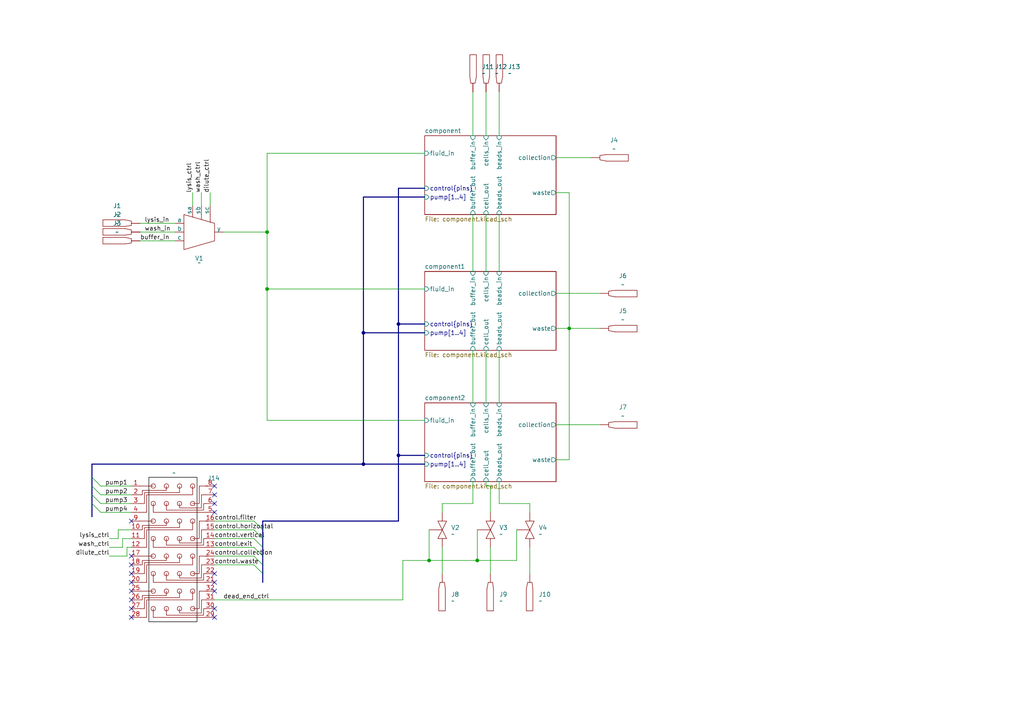
<source format=kicad_sch>
(kicad_sch (version 20231120) (generator "eeschema") (generator_version "8.0")
  (paper "A4")
  (lib_symbols
    (symbol "mfda:flushing_interface_04x08"
      (property "Reference" "J" (at 13.716 26.416 0))
      (symbol "flushing_interface_04x08_1_1"
        (rectangle (start -5.08 26.67) (end 8.89 -15.24) (stroke (width 0) (color 0 0 0 0.34)))
        (circle (center -3.81 -11.43) (radius 0.635))
        (circle (center -3.81 -6.35) (radius 0.635))
        (circle (center -3.81 -1.27) (radius 0.635))
        (circle (center -3.81 3.81) (radius 0.635))
        (circle (center -3.81 8.89) (radius 0.635))
        (circle (center -3.81 13.97) (radius 0.635))
        (circle (center -3.81 19.05) (radius 0.635))
        (circle (center -3.81 24.13) (radius 0.635))
        (circle (center 0 -11.43) (radius 0.635))
        (circle (center 0 -6.35) (radius 0.635))
        (circle (center 0 -1.27) (radius 0.635))
        (polyline (pts (xy -7.62 -6.35) (xy -3.81 -6.35)))
        (polyline (pts (xy -7.62 3.81) (xy -3.81 3.81)))
        (polyline (pts (xy -7.62 13.97) (xy -3.81 13.97)))
        (polyline (pts (xy -7.62 24.13) (xy -3.81 24.13)))
        (polyline (pts (xy -3.81 -11.43) (xy -3.81 -13.97) (xy 9.525 -13.97) (xy 11.43 -13.97)))
        (polyline (pts (xy -3.81 -1.27) (xy -3.81 -3.81) (xy 9.525 -3.81) (xy 11.43 -3.81)))
        (polyline (pts (xy -3.81 8.89) (xy -3.81 6.35) (xy 9.525 6.35) (xy 11.43 6.35)))
        (polyline (pts (xy -3.81 19.05) (xy -3.81 16.51) (xy 9.525 16.51) (xy 11.43 16.51)))
        (polyline (pts (xy -7.62 -11.43) (xy -6.35 -11.43) (xy -6.35 -8.255) (xy 3.81 -8.255) (xy 3.81 -6.35)))
        (polyline (pts (xy -7.62 -8.89) (xy -6.985 -8.89) (xy -6.985 -7.62) (xy 0 -7.62) (xy 0 -6.35)))
        (polyline (pts (xy -7.62 -1.27) (xy -6.35 -1.27) (xy -6.35 1.905) (xy 3.81 1.905) (xy 3.81 3.81)))
        (polyline (pts (xy -7.62 1.27) (xy -6.985 1.27) (xy -6.985 2.54) (xy 0 2.54) (xy 0 3.81)))
        (polyline (pts (xy -7.62 8.89) (xy -6.35 8.89) (xy -6.35 12.065) (xy 3.81 12.065) (xy 3.81 13.97)))
        (polyline (pts (xy -7.62 11.43) (xy -6.985 11.43) (xy -6.985 12.7) (xy 0 12.7) (xy 0 13.97)))
        (polyline (pts (xy -7.62 19.05) (xy -6.35 19.05) (xy -6.35 22.225) (xy 3.81 22.225) (xy 3.81 24.13)))
        (polyline (pts (xy -7.62 21.59) (xy -6.985 21.59) (xy -6.985 22.86) (xy 0 22.86) (xy 0 24.13)))
        (polyline (pts (xy 7.62 -6.35) (xy 7.62 -8.89) (xy -5.715 -8.89) (xy -5.715 -13.97) (xy -7.62 -13.97)))
        (polyline (pts (xy 7.62 3.81) (xy 7.62 1.27) (xy -5.715 1.27) (xy -5.715 -3.81) (xy -7.62 -3.81)))
        (polyline (pts (xy 7.62 13.97) (xy 7.62 11.43) (xy -5.715 11.43) (xy -5.715 6.35) (xy -7.62 6.35)))
        (polyline (pts (xy 7.62 24.13) (xy 7.62 21.59) (xy -5.715 21.59) (xy -5.715 16.51) (xy -7.62 16.51)))
        (polyline (pts (xy 11.43 -11.43) (xy 10.795 -11.43) (xy 10.795 -13.335) (xy 0 -13.335) (xy 0 -11.43)))
        (polyline (pts (xy 11.43 -8.89) (xy 10.16 -8.89) (xy 10.16 -12.7) (xy 3.81 -12.7) (xy 3.81 -11.43)))
        (polyline (pts (xy 11.43 -1.27) (xy 10.795 -1.27) (xy 10.795 -3.175) (xy 0 -3.175) (xy 0 -1.27)))
        (polyline (pts (xy 11.43 1.27) (xy 10.16 1.27) (xy 10.16 -2.54) (xy 3.81 -2.54) (xy 3.81 -1.27)))
        (polyline (pts (xy 11.43 8.89) (xy 10.795 8.89) (xy 10.795 6.985) (xy 0 6.985) (xy 0 8.89)))
        (polyline (pts (xy 11.43 11.43) (xy 10.16 11.43) (xy 10.16 7.62) (xy 3.81 7.62) (xy 3.81 8.89)))
        (polyline (pts (xy 11.43 19.05) (xy 10.795 19.05) (xy 10.795 17.145) (xy 0 17.145) (xy 0 19.05)))
        (polyline (pts (xy 11.43 21.59) (xy 10.16 21.59) (xy 10.16 17.78) (xy 3.81 17.78) (xy 3.81 19.05)))
        (polyline (pts (xy 12.065 -6.35) (xy 9.525 -6.35) (xy 9.525 -11.43) (xy 7.62 -11.43) (xy 8.255 -11.43)))
        (polyline (pts (xy 12.065 3.81) (xy 9.525 3.81) (xy 9.525 -1.27) (xy 7.62 -1.27) (xy 8.255 -1.27)))
        (polyline (pts (xy 12.065 13.97) (xy 9.525 13.97) (xy 9.525 8.89) (xy 7.62 8.89) (xy 8.255 8.89)))
        (polyline (pts (xy 12.065 24.13) (xy 9.525 24.13) (xy 9.525 19.05) (xy 7.62 19.05) (xy 8.255 19.05)))
        (circle (center 0 3.81) (radius 0.635))
        (circle (center 0 8.89) (radius 0.635))
        (circle (center 0 13.97) (radius 0.635))
        (circle (center 0 19.05) (radius 0.635))
        (circle (center 0 24.13) (radius 0.635))
        (circle (center 3.81 -11.43) (radius 0.635))
        (circle (center 3.81 -6.35) (radius 0.635))
        (circle (center 3.81 -1.27) (radius 0.635))
        (circle (center 3.81 3.81) (radius 0.635))
        (circle (center 3.81 8.89) (radius 0.635))
        (circle (center 3.81 13.97) (radius 0.635))
        (circle (center 3.81 19.05) (radius 0.635))
        (circle (center 3.81 24.13) (radius 0.635))
        (circle (center 7.62 -11.43) (radius 0.635))
        (circle (center 7.62 -6.35) (radius 0.635))
        (circle (center 7.62 -1.27) (radius 0.635))
        (circle (center 7.62 3.81) (radius 0.635))
        (circle (center 7.62 8.89) (radius 0.635))
        (circle (center 7.62 13.97) (radius 0.635))
        (circle (center 7.62 19.05) (radius 0.635))
        (circle (center 7.62 24.13) (radius 0.635))
        (pin passive line (at -10.16 24.13 0) (length 2.54) (name "") (number "1"))
        (pin passive line (at -10.16 11.43 0) (length 2.54) (name "") (number "10"))
        (pin passive line (at -10.16 8.89 0) (length 2.54) (name "") (number "11"))
        (pin passive line (at -10.16 6.35 0) (length 2.54) (name "") (number "12"))
        (pin passive line (at 13.97 6.35 180) (length 2.54) (name "") (number "13"))
        (pin passive line (at 13.97 8.89 180) (length 2.54) (name "") (number "14"))
        (pin passive line (at 13.97 11.43 180) (length 2.54) (name "") (number "15"))
        (pin passive line (at 13.97 13.97 180) (length 2.54) (name "") (number "16"))
        (pin passive line (at -10.16 3.81 0) (length 2.54) (name "") (number "17"))
        (pin passive line (at -10.16 1.27 0) (length 2.54) (name "") (number "18"))
        (pin passive line (at -10.16 -1.27 0) (length 2.54) (name "") (number "19"))
        (pin passive line (at -10.16 21.59 0) (length 2.54) (name "") (number "2"))
        (pin passive line (at -10.16 -3.81 0) (length 2.54) (name "") (number "20"))
        (pin passive line (at 13.97 -3.81 180) (length 2.54) (name "") (number "21"))
        (pin passive line (at 13.97 -1.27 180) (length 2.54) (name "") (number "22"))
        (pin passive line (at 13.97 1.27 180) (length 2.54) (name "") (number "23"))
        (pin passive line (at 13.97 3.81 180) (length 2.54) (name "") (number "24"))
        (pin passive line (at -10.16 -6.35 0) (length 2.54) (name "") (number "25"))
        (pin passive line (at -10.16 -8.89 0) (length 2.54) (name "") (number "26"))
        (pin passive line (at -10.16 -11.43 0) (length 2.54) (name "") (number "27"))
        (pin passive line (at -10.16 -13.97 0) (length 2.54) (name "") (number "28"))
        (pin passive line (at 13.97 -13.97 180) (length 2.54) (name "") (number "29"))
        (pin passive line (at -10.16 19.05 0) (length 2.54) (name "") (number "3"))
        (pin passive line (at 13.97 -11.43 180) (length 2.54) (name "") (number "30"))
        (pin passive line (at 13.97 -8.89 180) (length 2.54) (name "") (number "31"))
        (pin passive line (at 13.97 -6.35 180) (length 2.54) (name "") (number "32"))
        (pin passive line (at -10.16 16.51 0) (length 2.54) (name "") (number "4"))
        (pin passive line (at 13.97 16.51 180) (length 2.54) (name "") (number "5"))
        (pin passive line (at 13.97 19.05 180) (length 2.54) (name "") (number "6"))
        (pin passive line (at 13.97 21.59 180) (length 2.54) (name "") (number "7"))
        (pin passive line (at 13.97 24.13 180) (length 2.54) (name "") (number "8"))
        (pin passive line (at -10.16 13.97 0) (length 2.54) (name "") (number "9"))
      )
    )
    (symbol "mfda:mux_3" (pin_numbers hide) (pin_names (offset 0))
      (property "Reference" "V" (at 3.81 5.08 0))
      (symbol "mux_3_0_1"
        (polyline (pts (xy -2.54 5.08) (xy -2.54 4.445)))
        (polyline (pts (xy 0 5.08) (xy 0 3.683)))
        (polyline (pts (xy 2.54 5.08) (xy 2.54 2.794)))
        (polyline (pts (xy -5.08 -5.08) (xy 3.81 -2.54) (xy 3.81 2.54) (xy -5.08 5.08) (xy -5.08 -5.08)))
      )
      (symbol "mux_3_1_1"
        (pin input line (at -7.62 2.54 0) (length 2.54) (name "a") (number "1"))
        (pin input line (at -7.62 0 0) (length 2.54) (name "b") (number "2"))
        (pin input line (at -7.62 -2.54 0) (length 2.54) (name "c") (number "3"))
        (pin input line (at -2.54 7.62 270) (length 2.54) (name "sa") (number "4"))
        (pin input line (at 0 7.62 270) (length 2.54) (name "sb") (number "5"))
        (pin input line (at 2.54 7.62 270) (length 2.54) (name "sc") (number "6"))
        (pin output line (at 6.35 0 180) (length 2.54) (name "y") (number "7"))
      )
    )
    (symbol "mfda:tube_connector" (pin_numbers hide) (pin_names hide)
      (property "Reference" "J" (at -7.366 0 0))
      (symbol "tube_connector_0_1"
        (polyline (pts (xy -1.905 1.016) (xy -8.255 1.016) (xy -8.255 -0.889) (xy -1.905 -0.889)))
        (polyline (pts (xy -1.905 1.016) (xy 0 0.635) (xy 0 -0.635) (xy -1.905 -0.889)))
      )
      (symbol "tube_connector_1_1"
        (pin passive line (at 2.54 0 180) (length 2.54) (name "connect") (number "1"))
      )
    )
    (symbol "mfda:valve" (pin_numbers hide) (pin_names hide)
      (property "Reference" "V" (at -2.54 2.54 0))
      (symbol "valve_0_1"
        (polyline (pts (xy 0 1.27) (xy 0 0)))
        (polyline (pts (xy -2.54 1.27) (xy 2.54 -1.27) (xy 2.54 1.27) (xy -2.54 -1.27) (xy -2.54 1.27)))
      )
      (symbol "valve_1_1"
        (pin bidirectional line (at -5.08 0 0) (length 2.54) (name "left") (number "1"))
        (pin bidirectional line (at 5.08 0 180) (length 2.54) (name "right") (number "2"))
        (pin input line (at 0 3.81 270) (length 2.54) (name "control") (number "3"))
      )
    )
  )
  (bus_alias "pins" (members "filter" "horizontal" "vertical" "collection" "waste" "exit"))
  (junction (at 105.41 96.52))
  (junction (at 165.1 95.25))
  (junction (at 77.47 83.82))
  (junction (at 115.57 132.08))
  (junction (at 105.41 134.62))
  (junction (at 124.46 162.56))
  (junction (at 115.57 93.98))
  (junction (at 138.43 162.56))
  (junction (at 77.47 67.31))
  (no_connect (at 38.1 151.13))
  (no_connect (at 38.1 163.83))
  (no_connect (at 62.23 146.05))
  (no_connect (at 62.23 176.53))
  (no_connect (at 62.23 179.07))
  (no_connect (at 62.23 171.45))
  (no_connect (at 38.1 173.99))
  (no_connect (at 62.23 148.59))
  (no_connect (at 38.1 176.53))
  (no_connect (at 38.1 161.29))
  (no_connect (at 62.23 168.91))
  (no_connect (at 38.1 166.37))
  (no_connect (at 38.1 171.45))
  (no_connect (at 38.1 168.91))
  (no_connect (at 62.23 140.97))
  (no_connect (at 38.1 179.07))
  (no_connect (at 62.23 143.51))
  (no_connect (at 62.23 166.37))
  (bus_entry (at 73.66 153.67) (size 2.54 2.54))
  (bus_entry (at 73.66 151.13) (size 2.54 2.54))
  (bus_entry (at 73.66 156.21) (size 2.54 2.54))
  (bus_entry (at 26.67 143.51) (size 2.54 2.54))
  (bus_entry (at 73.66 161.29) (size 2.54 2.54))
  (bus_entry (at 73.66 163.83) (size 2.54 2.54))
  (bus_entry (at 26.67 146.05) (size 2.54 2.54))
  (bus_entry (at 26.67 140.97) (size 2.54 2.54))
  (bus_entry (at 26.67 138.43) (size 2.54 2.54))
  (bus_entry (at 73.66 158.75) (size 2.54 2.54))
  (wire (pts (xy 31.75 156.21) (xy 34.29 156.21)))
  (bus (pts (xy 26.67 134.62) (xy 105.41 134.62)))
  (wire (pts (xy 40.64 64.77) (xy 50.8 64.77)))
  (wire (pts (xy 142.24 158.75) (xy 142.24 166.37)))
  (wire (pts (xy 62.23 153.67) (xy 73.66 153.67)))
  (wire (pts (xy 144.78 139.7) (xy 144.78 146.05)))
  (bus (pts (xy 76.2 163.83) (xy 76.2 166.37)))
  (wire (pts (xy 62.23 151.13) (xy 73.66 151.13)))
  (wire (pts (xy 34.29 156.21) (xy 34.29 153.67)))
  (wire (pts (xy 128.27 146.05) (xy 128.27 148.59)))
  (wire (pts (xy 38.1 158.75) (xy 36.83 158.75)))
  (bus (pts (xy 105.41 57.15) (xy 123.19 57.15)))
  (wire (pts (xy 62.23 156.21) (xy 73.66 156.21)))
  (bus (pts (xy 115.57 93.98) (xy 123.19 93.98)))
  (wire (pts (xy 35.56 156.21) (xy 35.56 158.75)))
  (wire (pts (xy 161.29 85.09) (xy 173.99 85.09)))
  (wire (pts (xy 165.1 55.88) (xy 165.1 95.25)))
  (wire (pts (xy 77.47 121.92) (xy 77.47 83.82)))
  (wire (pts (xy 55.88 55.88) (xy 55.88 59.69)))
  (wire (pts (xy 77.47 44.45) (xy 123.19 44.45)))
  (wire (pts (xy 58.42 55.88) (xy 58.42 59.69)))
  (bus (pts (xy 26.67 134.62) (xy 26.67 138.43)))
  (wire (pts (xy 124.46 162.56) (xy 124.46 153.67)))
  (bus (pts (xy 76.2 153.67) (xy 76.2 156.21)))
  (wire (pts (xy 128.27 158.75) (xy 128.27 166.37)))
  (wire (pts (xy 161.29 123.19) (xy 173.99 123.19)))
  (bus (pts (xy 105.41 96.52) (xy 123.19 96.52)))
  (wire (pts (xy 161.29 55.88) (xy 165.1 55.88)))
  (wire (pts (xy 161.29 95.25) (xy 165.1 95.25)))
  (wire (pts (xy 62.23 173.99) (xy 116.84 173.99)))
  (wire (pts (xy 137.16 26.67) (xy 137.16 39.37)))
  (wire (pts (xy 31.75 158.75) (xy 35.56 158.75)))
  (wire (pts (xy 116.84 162.56) (xy 124.46 162.56)))
  (wire (pts (xy 36.83 161.29) (xy 31.75 161.29)))
  (wire (pts (xy 40.64 69.85) (xy 50.8 69.85)))
  (wire (pts (xy 140.97 101.6) (xy 140.97 116.84)))
  (wire (pts (xy 29.21 146.05) (xy 38.1 146.05)))
  (wire (pts (xy 124.46 162.56) (xy 138.43 162.56)))
  (wire (pts (xy 161.29 133.35) (xy 165.1 133.35)))
  (wire (pts (xy 137.16 62.23) (xy 137.16 78.74)))
  (bus (pts (xy 76.2 156.21) (xy 76.2 158.75)))
  (wire (pts (xy 77.47 44.45) (xy 77.47 67.31)))
  (bus (pts (xy 115.57 132.08) (xy 123.19 132.08)))
  (wire (pts (xy 153.67 158.75) (xy 153.67 166.37)))
  (bus (pts (xy 105.41 134.62) (xy 123.19 134.62)))
  (wire (pts (xy 144.78 62.23) (xy 144.78 78.74)))
  (wire (pts (xy 138.43 162.56) (xy 138.43 153.67)))
  (wire (pts (xy 62.23 161.29) (xy 73.66 161.29)))
  (wire (pts (xy 140.97 140.97) (xy 142.24 140.97)))
  (wire (pts (xy 161.29 45.72) (xy 171.45 45.72)))
  (bus (pts (xy 105.41 57.15) (xy 105.41 96.52)))
  (wire (pts (xy 77.47 67.31) (xy 77.47 83.82)))
  (bus (pts (xy 115.57 93.98) (xy 115.57 132.08)))
  (wire (pts (xy 123.19 83.82) (xy 77.47 83.82)))
  (bus (pts (xy 76.2 151.13) (xy 115.57 151.13)))
  (bus (pts (xy 26.67 140.97) (xy 26.67 143.51)))
  (wire (pts (xy 36.83 158.75) (xy 36.83 161.29)))
  (wire (pts (xy 140.97 62.23) (xy 140.97 78.74)))
  (bus (pts (xy 26.67 138.43) (xy 26.67 140.97)))
  (wire (pts (xy 144.78 26.67) (xy 144.78 39.37)))
  (wire (pts (xy 142.24 140.97) (xy 142.24 148.59)))
  (wire (pts (xy 77.47 67.31) (xy 64.77 67.31)))
  (wire (pts (xy 137.16 139.7) (xy 137.16 146.05)))
  (bus (pts (xy 76.2 158.75) (xy 76.2 161.29)))
  (wire (pts (xy 60.96 55.88) (xy 60.96 59.69)))
  (bus (pts (xy 105.41 96.52) (xy 105.41 134.62)))
  (wire (pts (xy 137.16 146.05) (xy 128.27 146.05)))
  (wire (pts (xy 116.84 162.56) (xy 116.84 173.99)))
  (bus (pts (xy 115.57 132.08) (xy 115.57 151.13)))
  (wire (pts (xy 29.21 143.51) (xy 38.1 143.51)))
  (wire (pts (xy 62.23 158.75) (xy 73.66 158.75)))
  (wire (pts (xy 140.97 139.7) (xy 140.97 140.97)))
  (wire (pts (xy 138.43 162.56) (xy 149.86 162.56)))
  (wire (pts (xy 123.19 121.92) (xy 77.47 121.92)))
  (bus (pts (xy 76.2 151.13) (xy 76.2 153.67)))
  (wire (pts (xy 144.78 146.05) (xy 153.67 146.05)))
  (wire (pts (xy 62.23 163.83) (xy 73.66 163.83)))
  (bus (pts (xy 115.57 54.61) (xy 123.19 54.61)))
  (bus (pts (xy 76.2 166.37) (xy 76.2 168.91)))
  (wire (pts (xy 140.97 26.67) (xy 140.97 39.37)))
  (bus (pts (xy 26.67 143.51) (xy 26.67 146.05)))
  (wire (pts (xy 149.86 162.56) (xy 149.86 153.67)))
  (wire (pts (xy 153.67 146.05) (xy 153.67 148.59)))
  (wire (pts (xy 29.21 140.97) (xy 38.1 140.97)))
  (bus (pts (xy 115.57 54.61) (xy 115.57 93.98)))
  (wire (pts (xy 165.1 95.25) (xy 165.1 133.35)))
  (wire (pts (xy 165.1 95.25) (xy 173.99 95.25)))
  (wire (pts (xy 40.64 67.31) (xy 50.8 67.31)))
  (bus (pts (xy 76.2 161.29) (xy 76.2 163.83)))
  (wire (pts (xy 34.29 153.67) (xy 38.1 153.67)))
  (wire (pts (xy 29.21 148.59) (xy 38.1 148.59)))
  (wire (pts (xy 137.16 101.6) (xy 137.16 116.84)))
  (wire (pts (xy 38.1 156.21) (xy 35.56 156.21)))
  (wire (pts (xy 144.78 101.6) (xy 144.78 116.84)))
  (bus (pts (xy 26.67 146.05) (xy 26.67 149.86)))
  (label "pump4" (at 30.48 148.59 0))
  (label "control.collection" (at 62.23 161.29 0))
  (label "wash_in" (at 41.91 67.31 0))
  (label "lysis_ctrl" (at 55.88 55.88 90))
  (label "control.horizontal" (at 62.23 153.67 0))
  (label "dilute_ctrl" (at 31.75 161.29 180))
  (label "pump1" (at 30.48 140.97 0))
  (label "lysis_in" (at 41.91 64.77 0))
  (label "wash_ctrl" (at 31.75 158.75 180))
  (label "dead_end_ctrl" (at 64.77 173.99 0))
  (label "dilute_ctrl" (at 60.96 55.88 90))
  (label "control.waste" (at 62.23 163.83 0))
  (label "pump2" (at 30.48 143.51 0))
  (label "control.exit" (at 62.23 158.75 0))
  (label "wash_ctrl" (at 58.42 55.88 90))
  (label "buffer_in" (at 40.64 69.85 0))
  (label "control.vertical" (at 62.23 156.21 0))
  (label "control.filter" (at 62.23 151.13 0))
  (label "lysis_ctrl" (at 31.75 156.21 180))
  (label "pump3" (at 30.48 146.05 0))
  (symbol (lib_id "mfda:tube_connector") (at 38.1 67.31 0) (unit 1)
    (property "Reference" "J2" (at 33.9725 62.23 0))
    (property "Value" "~" (at 33.9725 64.77 0))
  )
  (symbol (lib_id "mfda:tube_connector") (at 176.53 95.25 180) (unit 1)
    (property "Reference" "J5" (at 180.6575 90.17 0))
    (property "Value" "~" (at 180.6575 92.71 0))
  )
  (symbol (lib_id "mfda:tube_connector") (at 38.1 69.85 0) (unit 1)
    (property "Reference" "J3" (at 33.9725 64.77 0))
    (property "Value" "~" (at 33.9725 67.31 0))
  )
  (symbol (lib_id "mfda:tube_connector") (at 140.97 24.13 270) (unit 1)
    (property "Reference" "J12" (at 143.51 19.3674 90) (effects (justify left)))
    (property "Value" "~" (at 143.51 21.2725 90) (effects (justify left)))
  )
  (symbol (lib_id "mfda:valve") (at 153.67 153.67 90) (unit 1)
    (property "Reference" "V4" (at 156.21 153.0349 90) (effects (justify right)))
    (property "Value" "~" (at 156.21 154.94 90) (effects (justify right)))
  )
  (symbol (lib_id "mfda:tube_connector") (at 128.27 168.91 90) (unit 1)
    (property "Reference" "J8" (at 130.81 172.4024 90) (effects (justify right)))
    (property "Value" "~" (at 130.81 174.3075 90) (effects (justify right)))
  )
  (symbol (lib_id "mfda:tube_connector") (at 176.53 123.19 180) (unit 1)
    (property "Reference" "J7" (at 180.6575 118.11 0))
    (property "Value" "~" (at 180.6575 120.65 0))
  )
  (symbol (lib_id "mfda:valve") (at 142.24 153.67 90) (unit 1)
    (property "Reference" "V3" (at 144.78 153.0349 90) (effects (justify right)))
    (property "Value" "~" (at 144.78 154.94 90) (effects (justify right)))
  )
  (symbol (lib_id "mfda:mux_3") (at 58.42 67.31 0) (unit 1)
    (property "Reference" "V1" (at 57.785 74.93 0))
    (property "Value" "~" (at 57.785 76.2 0))
  )
  (symbol (lib_id "mfda:flushing_interface_04x08") (at 48.26 165.1 0) (unit 1)
    (property "Reference" "J14" (at 61.976 138.684 0))
    (property "Value" "~" (at 50.4825 137.16 0))
  )
  (symbol (lib_id "mfda:tube_connector") (at 142.24 168.91 90) (unit 1)
    (property "Reference" "J9" (at 144.78 172.4024 90) (effects (justify right)))
    (property "Value" "~" (at 144.78 174.3075 90) (effects (justify right)))
  )
  (symbol (lib_id "mfda:tube_connector") (at 153.67 168.91 90) (unit 1)
    (property "Reference" "J10" (at 156.21 172.4024 90) (effects (justify right)))
    (property "Value" "~" (at 156.21 174.3075 90) (effects (justify right)))
  )
  (symbol (lib_id "mfda:tube_connector") (at 173.99 45.72 180) (unit 1)
    (property "Reference" "J4" (at 178.1175 40.64 0))
    (property "Value" "~" (at 178.1175 43.18 0))
  )
  (symbol (lib_id "mfda:tube_connector") (at 144.78 24.13 270) (unit 1)
    (property "Reference" "J13" (at 147.32 19.3674 90) (effects (justify left)))
    (property "Value" "~" (at 147.32 21.2725 90) (effects (justify left)))
  )
  (symbol (lib_id "mfda:valve") (at 128.27 153.67 90) (unit 1)
    (property "Reference" "V2" (at 130.81 153.0349 90) (effects (justify right)))
    (property "Value" "~" (at 130.81 154.94 90) (effects (justify right)))
  )
  (symbol (lib_id "mfda:tube_connector") (at 38.1 64.77 0) (unit 1)
    (property "Reference" "J1" (at 33.9725 59.69 0))
    (property "Value" "~" (at 33.9725 62.23 0))
  )
  (symbol (lib_id "mfda:tube_connector") (at 176.53 85.09 180) (unit 1)
    (property "Reference" "J6" (at 180.6575 80.01 0))
    (property "Value" "~" (at 180.6575 82.55 0))
  )
  (symbol (lib_id "mfda:tube_connector") (at 137.16 24.13 270) (unit 1)
    (property "Reference" "J11" (at 139.7 19.3674 90) (effects (justify left)))
    (property "Value" "~" (at 139.7 21.2725 90) (effects (justify left)))
  )
  (sheet (at 123.19 39.37) (size 38.1 22.86) (stroke (width 0.1524))
    (property "Sheetname" "component" (at 123.19 38.6584 0) (effects (justify left bottom)))
    (property "Sheetfile" "component.kicad_sch" (at 123.19 62.8146 0) (effects (justify left top)))
    (pin "collection" output (at 161.29 45.72 0))
    (pin "beads_in" input (at 144.78 39.37 90))
    (pin "waste" output (at 161.29 55.88 0))
    (pin "beads_out" input (at 144.78 62.23 270))
    (pin "cell_out" input (at 140.97 62.23 270))
    (pin "cells_in" input (at 140.97 39.37 90))
    (pin "buffer_in" input (at 137.16 39.37 90))
    (pin "fluid_in" input (at 123.19 44.45 180))
    (pin "buffer_out" input (at 137.16 62.23 270))
    (pin "pump[1..4]" input (at 123.19 57.15 180))
    (pin "control{pins}" input (at 123.19 54.61 180))
  )
  (sheet (at 123.19 78.74) (size 38.1 22.86) (stroke (width 0.1524))
    (property "Sheetname" "component1" (at 123.19 78.0284 0) (effects (justify left bottom)))
    (property "Sheetfile" "component.kicad_sch" (at 123.19 102.1846 0) (effects (justify left top)))
    (pin "collection" output (at 161.29 85.09 0))
    (pin "beads_in" input (at 144.78 78.74 90))
    (pin "waste" output (at 161.29 95.25 0))
    (pin "beads_out" input (at 144.78 101.6 270))
    (pin "cell_out" input (at 140.97 101.6 270))
    (pin "cells_in" input (at 140.97 78.74 90))
    (pin "buffer_in" input (at 137.16 78.74 90))
    (pin "fluid_in" input (at 123.19 83.82 180))
    (pin "buffer_out" input (at 137.16 101.6 270))
    (pin "pump[1..4]" input (at 123.19 96.52 180))
    (pin "control{pins}" input (at 123.19 93.98 180))
  )
  (sheet (at 123.19 116.84) (size 38.1 22.86) (stroke (width 0.1524))
    (property "Sheetname" "component2" (at 123.19 116.1284 0) (effects (justify left bottom)))
    (property "Sheetfile" "component.kicad_sch" (at 123.19 140.2846 0) (effects (justify left top)))
    (pin "collection" output (at 161.29 123.19 0))
    (pin "beads_in" input (at 144.78 116.84 90))
    (pin "waste" output (at 161.29 133.35 0))
    (pin "beads_out" input (at 144.78 139.7 270))
    (pin "cell_out" input (at 140.97 139.7 270))
    (pin "cells_in" input (at 140.97 116.84 90))
    (pin "buffer_in" input (at 137.16 116.84 90))
    (pin "fluid_in" input (at 123.19 121.92 180))
    (pin "buffer_out" input (at 137.16 139.7 270))
    (pin "pump[1..4]" input (at 123.19 134.62 180))
    (pin "control{pins}" input (at 123.19 132.08 180))
  )
)
</source>
